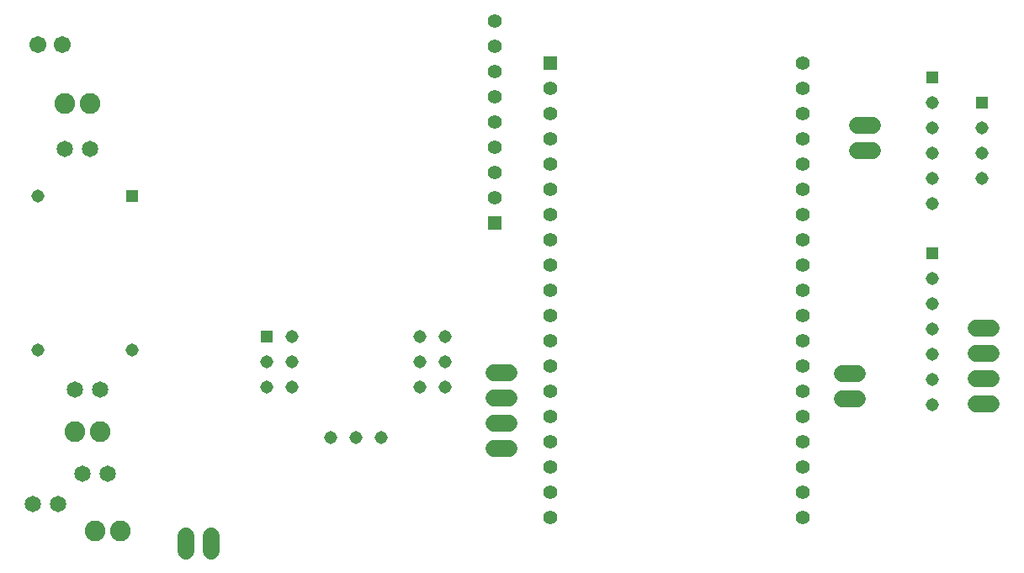
<source format=gbr>
G04 EAGLE Gerber RS-274X export*
G75*
%MOMM*%
%FSLAX34Y34*%
%LPD*%
%INSoldermask Bottom*%
%IPPOS*%
%AMOC8*
5,1,8,0,0,1.08239X$1,22.5*%
G01*
G04 Define Apertures*
%ADD10R,1.411200X1.411200*%
%ADD11C,1.411200*%
%ADD12R,1.311200X1.311200*%
%ADD13C,1.311200*%
%ADD14C,1.711200*%
%ADD15C,2.082800*%
%ADD16C,1.653200*%
%ADD17C,1.727200*%
D10*
X563400Y514700D03*
D11*
X563400Y489300D03*
X563400Y463900D03*
X563400Y438500D03*
X563400Y413100D03*
X563400Y387700D03*
X563400Y362300D03*
X563400Y336900D03*
X563400Y311500D03*
X563400Y286100D03*
X563400Y260700D03*
X563400Y235300D03*
X563400Y209900D03*
X563400Y184500D03*
X563400Y159100D03*
X563400Y133700D03*
X563400Y108300D03*
X563400Y82900D03*
X563400Y57500D03*
X817400Y57500D03*
X817400Y82900D03*
X817400Y108300D03*
X817400Y133700D03*
X817400Y159100D03*
X817400Y184500D03*
X817400Y209900D03*
X817400Y235300D03*
X817400Y260700D03*
X817400Y286100D03*
X817400Y311500D03*
X817400Y336900D03*
X817400Y362300D03*
X817400Y387700D03*
X817400Y413100D03*
X817400Y438500D03*
X817400Y463900D03*
X817400Y489300D03*
X817400Y514700D03*
D10*
X507600Y354500D03*
D11*
X507600Y379900D03*
X507600Y405300D03*
X507600Y430700D03*
X507600Y456100D03*
X507600Y481500D03*
X507600Y506900D03*
X507600Y532300D03*
X507600Y557700D03*
D12*
X278000Y239400D03*
D13*
X278000Y214000D03*
X278000Y188600D03*
X303400Y239400D03*
X303400Y214000D03*
X303400Y188600D03*
X342600Y138000D03*
X368000Y138000D03*
X393400Y138000D03*
X432600Y188600D03*
X432600Y214000D03*
X432600Y239400D03*
X458000Y188600D03*
X458000Y214000D03*
X458000Y239400D03*
D12*
X143000Y381500D03*
D13*
X48000Y381500D03*
X48000Y226500D03*
X143000Y226500D03*
D14*
X48000Y534000D03*
X73000Y534000D03*
D12*
X948000Y324000D03*
D13*
X948000Y298600D03*
X948000Y273200D03*
X948000Y247800D03*
X948000Y222400D03*
X948000Y197000D03*
X948000Y171600D03*
X998000Y399400D03*
X998000Y424800D03*
X998000Y450200D03*
D12*
X998000Y475600D03*
X948000Y501000D03*
D13*
X948000Y475600D03*
X948000Y450200D03*
X948000Y424800D03*
X948000Y399400D03*
X948000Y374000D03*
D15*
X100700Y474000D03*
X75300Y474000D03*
D16*
X100700Y429000D03*
X75300Y429000D03*
X110700Y186500D03*
X85300Y186500D03*
D15*
X110700Y144000D03*
X85300Y144000D03*
D16*
X118200Y101500D03*
X92800Y101500D03*
X68200Y71500D03*
X42800Y71500D03*
D15*
X130700Y44000D03*
X105300Y44000D03*
D17*
X872380Y427300D02*
X887620Y427300D01*
X887620Y452700D02*
X872380Y452700D01*
X872620Y177300D02*
X857380Y177300D01*
X857380Y202700D02*
X872620Y202700D01*
X992380Y248100D02*
X1007620Y248100D01*
X1007620Y222700D02*
X992380Y222700D01*
X992380Y197300D02*
X1007620Y197300D01*
X1007620Y171900D02*
X992380Y171900D01*
X522620Y203100D02*
X507380Y203100D01*
X507380Y177700D02*
X522620Y177700D01*
X522620Y152300D02*
X507380Y152300D01*
X507380Y126900D02*
X522620Y126900D01*
X222700Y39520D02*
X222700Y24280D01*
X197300Y24280D02*
X197300Y39520D01*
M02*

</source>
